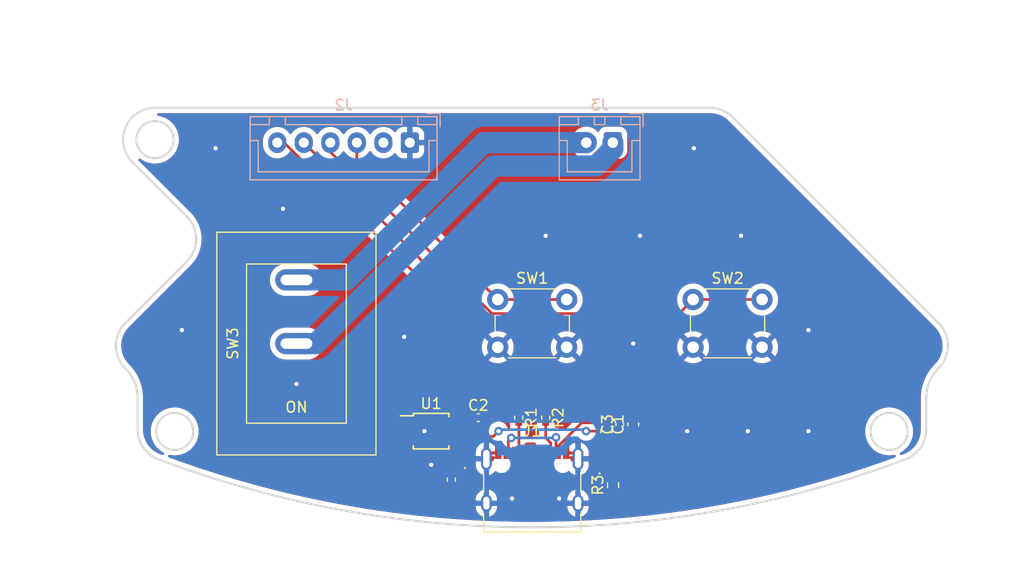
<source format=kicad_pcb>
(kicad_pcb (version 20211014) (generator pcbnew)
  (layers (0 "F.Cu" signal) (31 "B.Cu" signal) (34 "B.Paste" user) (35 "F.Paste" user) (36 "B.SilkS" user "B.Silkscreen") (37 "F.SilkS" user "F.Silkscreen") (38 "B.Mask" user) (39 "F.Mask" user) (44 "Edge.Cuts" user))
  (net 0 "")
  (net 1 "VCC")
  (net 2 "GND")
  (net 3 "Net-(C2-Pad1)")
  (net 4 "Net-(D1-Pad2)")
  (net 5 "Net-(D2-Pad2)")
  (net 6 "Net-(F1-Pad2)")
  (net 7 "Net-(J1-PadA5)")
  (net 8 "D+")
  (net 9 "D-")
  (net 11 "Net-(J1-PadB5)")
  (net 14 "Net-(J2-Pad3)")
  (net 15 "Net-(J2-Pad4)")
  (net 16 "RX")
  (net 17 "TX")
  (net 18 "Net-(J3-Pad1)")
  (net 19 "Net-(J3-Pad2)")
  (net 20 "Net-(R4-Pad1)")
  (footprint "Capacitor_SMD:C_0402_1005Metric" (layer "F.Cu") (at 146.05 102.87)
    (fp_text reference "C2" (at 0 -1.16) (layer "F.SilkS"))
    (fp_text value "C_Small")
    (fp_line (start -0.107836 -0.36) (end 0.107836 -0.36) (layer "F.SilkS") (width 0.12))
    (fp_line (start -0.107836 0.36) (end 0.107836 0.36) (layer "F.SilkS") (width 0.12))
    (pad "1" smd roundrect (at -0.48 0) (size 0.56 0.62) (layers "F.Cu" "F.Paste" "F.Mask") (net 3 "Net-(C2-Pad1)"))
    (pad "2" smd roundrect (at 0.48 0) (size 0.56 0.62) (layers "F.Cu" "F.Paste" "F.Mask") (net 2 "GND"))
  )
  (footprint "Package_SO:MSOP-10_3x3mm_P0.5mm" (layer "F.Cu") (at 141.605 104.14)
    (fp_text reference "U1" (at 0 -2.6) (layer "F.SilkS"))
    (fp_text value "CH340E")
    (fp_line (start -1.675 -1.675) (end -1.675 -1.45) (layer "F.SilkS") (width 0.15))
    (fp_line (start -1.675 1.675) (end 1.675 1.675) (layer "F.SilkS") (width 0.15))
    (fp_line (start 1.675 -1.675) (end 1.675 -1.375) (layer "F.SilkS") (width 0.15))
    (fp_line (start -1.675 -1.675) (end 1.675 -1.675) (layer "F.SilkS") (width 0.15))
    (fp_line (start 1.675 1.675) (end 1.675 1.375) (layer "F.SilkS") (width 0.15))
    (fp_line (start -1.675 -1.45) (end -2.9 -1.45) (layer "F.SilkS") (width 0.15))
    (fp_line (start -1.675 1.675) (end -1.675 1.375) (layer "F.SilkS") (width 0.15))
    (pad "1" smd rect (at -2.2 -1) (size 1.4 0.3) (layers "F.Cu" "F.Paste" "F.Mask") (net 8 "D+"))
    (pad "2" smd rect (at -2.2 -0.5) (size 1.4 0.3) (layers "F.Cu" "F.Paste" "F.Mask") (net 9 "D-"))
    (pad "3" smd rect (at -2.2 0) (size 1.4 0.3) (layers "F.Cu" "F.Paste" "F.Mask") (net 2 "GND"))
    (pad "4" smd rect (at -2.2 0.5) (size 1.4 0.3) (layers "F.Cu" "F.Paste" "F.Mask"))
    (pad "5" smd rect (at -2.2 1) (size 1.4 0.3) (layers "F.Cu" "F.Paste" "F.Mask"))
    (pad "6" smd rect (at 2.2 1) (size 1.4 0.3) (layers "F.Cu" "F.Paste" "F.Mask") (net 20 "Net-(R4-Pad1)"))
    (pad "7" smd rect (at 2.2 0.5) (size 1.4 0.3) (layers "F.Cu" "F.Paste" "F.Mask") (net 1 "VCC"))
    (pad "8" smd rect (at 2.2 0) (size 1.4 0.3) (layers "F.Cu" "F.Paste" "F.Mask") (net 17 "TX"))
    (pad "9" smd rect (at 2.2 -0.5) (size 1.4 0.3) (layers "F.Cu" "F.Paste" "F.Mask") (net 16 "RX"))
    (pad "10" smd rect (at 2.2 -1) (size 1.4 0.3) (layers "F.Cu" "F.Paste" "F.Mask") (net 3 "Net-(C2-Pad1)"))
  )
  (footprint "Resistor_SMD:R_0603_1608Metric" (layer "F.Cu") (at 158.75 109.22 90)
    (fp_text reference "R3" (at 0 -1.43 90) (layer "F.SilkS"))
    (fp_text value "R")
    (fp_line (start -0.237258 -0.5225) (end 0.237258 -0.5225) (layer "F.SilkS") (width 0.12))
    (fp_line (start -0.237258 0.5225) (end 0.237258 0.5225) (layer "F.SilkS") (width 0.12))
    (pad "1" smd roundrect (at -0.825 0 90) (size 0.8 0.95) (layers "F.Cu" "F.Paste" "F.Mask") (net 4 "Net-(D1-Pad2)"))
    (pad "2" smd roundrect (at 0.825 0 90) (size 0.8 0.95) (layers "F.Cu" "F.Paste" "F.Mask") (net 1 "VCC"))
  )
  (footprint "Resistor_SMD:R_0402_1005Metric" (layer "F.Cu") (at 143.51 108.71 -90)
    (fp_text reference "R4" hide)
    (fp_text value "R")
    (fp_line (start -0.153641 0.38) (end 0.153641 0.38) (layer "F.SilkS") (width 0.12))
    (fp_line (start -0.153641 -0.38) (end 0.153641 -0.38) (layer "F.SilkS") (width 0.12))
    (pad "1" smd roundrect (at -0.51 0 270) (size 0.54 0.64) (layers "F.Cu" "F.Paste" "F.Mask") (net 20 "Net-(R4-Pad1)"))
    (pad "2" smd roundrect (at 0.51 0 270) (size 0.54 0.64) (layers "F.Cu" "F.Paste" "F.Mask") (net 5 "Net-(D2-Pad2)"))
  )
  (footprint "Connector_USB:USB_C_Receptacle_XKB_U262-16XN-4BVC11" (layer "F.Cu") (at 151.13 109.855)
    (fp_text reference "J1" (at 0 -5.715) (layer "F.SilkS"))
    (fp_text value "USB_C_Receptacle_USB2.0")
    (fp_line (start 4.58 3.785) (end -4.58 3.785) (layer "F.SilkS") (width 0.12))
    (fp_line (start 4.58 0.07) (end 4.58 -1.85) (layer "F.SilkS") (width 0.12))
    (fp_line (start -4.58 3.785) (end -4.58 2.08) (layer "F.SilkS") (width 0.12))
    (fp_line (start -4.58 -1.85) (end -4.58 0.07) (layer "F.SilkS") (width 0.12))
    (fp_line (start 4.58 2.08) (end 4.58 3.785) (layer "F.SilkS") (width 0.12))
    (pad "" np_thru_hole circle (at -2.89 -2.605) (size 0.65 0.65) (drill 0.65) (layers *.Cu *.Mask))
    (pad "" np_thru_hole circle (at 2.89 -2.605) (size 0.65 0.65) (drill 0.65) (layers *.Cu *.Mask))
    (pad "A1" smd rect (at -3.35 -3.67) (size 0.3 1.15) (layers "F.Cu" "F.Paste" "F.Mask") (net 2 "GND"))
    (pad "A4" smd rect (at -2.55 -3.67) (size 0.3 1.15) (layers "F.Cu" "F.Paste" "F.Mask") (net 6 "Net-(F1-Pad2)"))
    (pad "A5" smd rect (at -1.25 -3.67) (size 0.3 1.15) (layers "F.Cu" "F.Paste" "F.Mask") (net 7 "Net-(J1-PadA5)"))
    (pad "A6" smd rect (at -0.25 -3.67) (size 0.3 1.15) (layers "F.Cu" "F.Paste" "F.Mask") (net 8 "D+"))
    (pad "A7" smd rect (at 0.25 -3.67) (size 0.3 1.15) (layers "F.Cu" "F.Paste" "F.Mask") (net 9 "D-"))
    (pad "A8" smd rect (at 1.25 -3.67) (size 0.3 1.15) (layers "F.Cu" "F.Paste" "F.Mask"))
    (pad "A9" smd rect (at 2.55 -3.67) (size 0.3 1.15) (layers "F.Cu" "F.Paste" "F.Mask") (net 6 "Net-(F1-Pad2)"))
    (pad "A12" smd rect (at 3.35 -3.67) (size 0.3 1.15) (layers "F.Cu" "F.Paste" "F.Mask") (net 2 "GND"))
    (pad "B1" smd rect (at 3.05 -3.67) (size 0.3 1.15) (layers "F.Cu" "F.Paste" "F.Mask") (net 2 "GND"))
    (pad "B4" smd rect (at 2.25 -3.67) (size 0.3 1.15) (layers "F.Cu" "F.Paste" "F.Mask") (net 6 "Net-(F1-Pad2)"))
    (pad "B5" smd rect (at 1.75 -3.67) (size 0.3 1.15) (layers "F.Cu" "F.Paste" "F.Mask") (net 11 "Net-(J1-PadB5)"))
    (pad "B6" smd rect (at 0.75 -3.67) (size 0.3 1.15) (layers "F.Cu" "F.Paste" "F.Mask") (net 8 "D+"))
    (pad "B7" smd rect (at -0.75 -3.67) (size 0.3 1.15) (layers "F.Cu" "F.Paste" "F.Mask") (net 9 "D-"))
    (pad "B8" smd rect (at -1.75 -3.67) (size 0.3 1.15) (layers "F.Cu" "F.Paste" "F.Mask"))
    (pad "B9" smd rect (at -2.25 -3.67) (size 0.3 1.15) (layers "F.Cu" "F.Paste" "F.Mask") (net 6 "Net-(F1-Pad2)"))
    (pad "B12" smd rect (at -3.05 -3.67) (size 0.3 1.15) (layers "F.Cu" "F.Paste" "F.Mask") (net 2 "GND"))
    (pad "S1" thru_hole oval (at 4.32 -3.105) (size 1 2.1) (drill oval 0.6 1.7) (layers *.Cu *.Mask) (net 2 "GND"))
    (pad "S1" thru_hole oval (at -4.32 -3.105) (size 1 2.1) (drill oval 0.6 1.7) (layers *.Cu *.Mask) (net 2 "GND"))
    (pad "S1" thru_hole oval (at 4.32 1.075) (size 1 1.6) (drill oval 0.6 1.2) (layers *.Cu *.Mask) (net 2 "GND"))
    (pad "S1" thru_hole oval (at -4.32 1.075) (size 1 1.6) (drill oval 0.6 1.2) (layers *.Cu *.Mask) (net 2 "GND"))
  )
  (footprint "Button_Switch_THT:SW_PUSH_6mm_H5mm" (layer "F.Cu") (at 147.88 91.73)
    (fp_text reference "SW1" (at 3.25 -2) (layer "F.SilkS"))
    (fp_text value "SW_Push")
    (fp_line (start -0.25 1.5) (end -0.25 3) (layer "F.SilkS") (width 0.12))
    (fp_line (start 6.75 3) (end 6.75 1.5) (layer "F.SilkS") (width 0.12))
    (fp_line (start 1 5.5) (end 5.5 5.5) (layer "F.SilkS") (width 0.12))
    (fp_line (start 5.5 -1) (end 1 -1) (layer "F.SilkS") (width 0.12))
    (pad "1" thru_hole circle (at 0 0 90) (size 2 2) (drill 1.1) (layers *.Cu *.Mask) (net 14 "Net-(J2-Pad3)"))
    (pad "1" thru_hole circle (at 6.5 0 90) (size 2 2) (drill 1.1) (layers *.Cu *.Mask) (net 14 "Net-(J2-Pad3)"))
    (pad "2" thru_hole circle (at 0 4.5 90) (size 2 2) (drill 1.1) (layers *.Cu *.Mask) (net 2 "GND"))
    (pad "2" thru_hole circle (at 6.5 4.5 90) (size 2 2) (drill 1.1) (layers *.Cu *.Mask) (net 2 "GND"))
  )
  (footprint "Fuse:Fuse_0603_1608Metric" (layer "F.Cu") (at 158.115 104.14 90)
    (fp_text reference "F1" hide)
    (fp_text value "Fuse")
    (fp_line (start -0.162779 0.51) (end 0.162779 0.51) (layer "F.SilkS") (width 0.12))
    (fp_line (start -0.162779 -0.51) (end 0.162779 -0.51) (layer "F.SilkS") (width 0.12))
    (pad "1" smd roundrect (at -0.7875 0 90) (size 0.875 0.95) (layers "F.Cu" "F.Paste" "F.Mask") (net 1 "VCC"))
    (pad "2" smd roundrect (at 0.7875 0 90) (size 0.875 0.95) (layers "F.Cu" "F.Paste" "F.Mask") (net 6 "Net-(F1-Pad2)"))
  )
  (footprint "Button_Switch_THT:SW_PUSH_6mm_H5mm" (layer "F.Cu") (at 166.295 91.73)
    (fp_text reference "SW2" (at 3.25 -2) (layer "F.SilkS"))
    (fp_text value "SW_Push")
    (fp_line (start 1 5.5) (end 5.5 5.5) (layer "F.SilkS") (width 0.12))
    (fp_line (start 6.75 3) (end 6.75 1.5) (layer "F.SilkS") (width 0.12))
    (fp_line (start -0.25 1.5) (end -0.25 3) (layer "F.SilkS") (width 0.12))
    (fp_line (start 5.5 -1) (end 1 -1) (layer "F.SilkS") (width 0.12))
    (pad "1" thru_hole circle (at 0 0 90) (size 2 2) (drill 1.1) (layers *.Cu *.Mask) (net 15 "Net-(J2-Pad4)"))
    (pad "1" thru_hole circle (at 6.5 0 90) (size 2 2) (drill 1.1) (layers *.Cu *.Mask) (net 15 "Net-(J2-Pad4)"))
    (pad "2" thru_hole circle (at 0 4.5 90) (size 2 2) (drill 1.1) (layers *.Cu *.Mask) (net 2 "GND"))
    (pad "2" thru_hole circle (at 6.5 4.5 90) (size 2 2) (drill 1.1) (layers *.Cu *.Mask) (net 2 "GND"))
  )
  (footprint "Capacitor_SMD:C_0603_1608Metric" (layer "F.Cu") (at 160.655 103.505 90)
    (fp_text reference "C1" (at 0 -1.43 90) (layer "F.SilkS"))
    (fp_text value "C_Small")
    (fp_line (start -0.14058 -0.51) (end 0.14058 -0.51) (layer "F.SilkS") (width 0.12))
    (fp_line (start -0.14058 0.51) (end 0.14058 0.51) (layer "F.SilkS") (width 0.12))
    (pad "1" smd roundrect (at -0.775 0 90) (size 0.9 0.95) (layers "F.Cu" "F.Paste" "F.Mask") (net 1 "VCC"))
    (pad "2" smd roundrect (at 0.775 0 90) (size 0.9 0.95) (layers "F.Cu" "F.Paste" "F.Mask") (net 2 "GND"))
  )
  (footprint "Lib:DS-850k" (layer "F.Cu") (at 128.905 95.885 -90)
    (fp_text reference "SW3" (at 0 6 90) (layer "F.SilkS"))
    (fp_text value "SW_DIP_x01")
    (fp_text user "ON" (at 6 0) (layer "F.SilkS"))
    (fp_line (start 7.5 4.7) (end 7.5 0) (layer "F.SilkS") (width 0.12))
    (fp_line (start -10.5 -7.5) (end -10.5 7.5) (layer "F.SilkS") (width 0.12))
    (fp_line (start 7.5 -4.7) (end -7.5 -4.7) (layer "F.SilkS") (width 0.12))
    (fp_line (start 10.5 -7.5) (end -10.5 -7.5) (layer "F.SilkS") (width 0.12))
    (fp_line (start 10.5 0) (end 10.5 -7.5) (layer "F.SilkS") (width 0.12))
    (fp_line (start 10.5 7.5) (end 10.5 0) (layer "F.SilkS") (width 0.12))
    (fp_line (start -7.5 -4.7) (end -7.5 4.7) (layer "F.SilkS") (width 0.12))
    (fp_line (start 7.5 0) (end 7.5 -4.7) (layer "F.SilkS") (width 0.12))
    (fp_line (start -10.5 7.5) (end 10.5 7.5) (layer "F.SilkS") (width 0.12))
    (fp_line (start -7.5 4.7) (end 7.5 4.7) (layer "F.SilkS") (width 0.12))
    (pad "1" thru_hole oval locked (at 0 0) (size 4 2) (drill oval 3 1) (layers *.Cu *.Mask) (net 18 "Net-(J3-Pad1)"))
    (pad "2" thru_hole oval locked (at -6 0) (size 4 2) (drill oval 3 1) (layers *.Cu *.Mask) (net 19 "Net-(J3-Pad2)"))
  )
  (footprint "LED_SMD:LED_0402_1005Metric" (layer "F.Cu") (at 157.48 109.22 -90)
    (fp_text reference "D1" hide)
    (fp_text value "LED")
    (fp_circle (center -1.09 0) (end -1.04 0) (layer "F.SilkS") (width 0.1) (fill none))
    (pad "1" smd roundrect (at -0.485 0 270) (size 0.59 0.64) (layers "F.Cu" "F.Paste" "F.Mask") (net 2 "GND"))
    (pad "2" smd roundrect (at 0.485 0 270) (size 0.59 0.64) (layers "F.Cu" "F.Paste" "F.Mask") (net 4 "Net-(D1-Pad2)"))
  )
  (footprint "Capacitor_SMD:C_0402_1005Metric" (layer "F.Cu") (at 159.385 103.505 90)
    (fp_text reference "C3" (at 0 -1.16 90) (layer "F.SilkS"))
    (fp_text value "C_Small")
    (fp_line (start -0.107836 -0.36) (end 0.107836 -0.36) (layer "F.SilkS") (width 0.12))
    (fp_line (start -0.107836 0.36) (end 0.107836 0.36) (layer "F.SilkS") (width 0.12))
    (pad "1" smd roundrect (at -0.48 0 90) (size 0.56 0.62) (layers "F.Cu" "F.Paste" "F.Mask") (net 1 "VCC"))
    (pad "2" smd roundrect (at 0.48 0 90) (size 0.56 0.62) (layers "F.Cu" "F.Paste" "F.Mask") (net 2 "GND"))
  )
  (footprint "Resistor_SMD:R_0402_1005Metric" (layer "F.Cu") (at 149.86 102.87 -90)
    (fp_text reference "R1" (at 0 -1.17 90) (layer "F.SilkS"))
    (fp_text value "R")
    (fp_line (start -0.153641 -0.38) (end 0.153641 -0.38) (layer "F.SilkS") (width 0.12))
    (fp_line (start -0.153641 0.38) (end 0.153641 0.38) (layer "F.SilkS") (width 0.12))
    (pad "1" smd roundrect (at -0.51 0 270) (size 0.54 0.64) (layers "F.Cu" "F.Paste" "F.Mask") (net 2 "GND"))
    (pad "2" smd roundrect (at 0.51 0 270) (size 0.54 0.64) (layers "F.Cu" "F.Paste" "F.Mask") (net 7 "Net-(J1-PadA5)"))
  )
  (footprint "LED_SMD:LED_0402_1005Metric" (layer "F.Cu") (at 144.78 108.71 -90)
    (fp_text reference "D2" hide)
    (fp_text value "LED")
    (fp_circle (center -1.09 0) (end -1.04 0) (layer "F.SilkS") (width 0.1) (fill none))
    (pad "1" smd roundrect (at -0.485 0 270) (size 0.59 0.64) (layers "F.Cu" "F.Paste" "F.Mask") (net 2 "GND"))
    (pad "2" smd roundrect (at 0.485 0 270) (size 0.59 0.64) (layers "F.Cu" "F.Paste" "F.Mask") (net 5 "Net-(D2-Pad2)"))
  )
  (footprint "Resistor_SMD:R_0402_1005Metric" (layer "F.Cu") (at 152.4 102.87 -90)
    (fp_text reference "R2" (at 0 -1.17 90) (layer "F.SilkS"))
    (fp_text value "R")
    (fp_line (start -0.153641 0.38) (end 0.153641 0.38) (layer "F.SilkS") (width 0.12))
    (fp_line (start -0.153641 -0.38) (end 0.153641 -0.38) (layer "F.SilkS") (width 0.12))
    (pad "1" smd roundrect (at -0.51 0 270) (size 0.54 0.64) (layers "F.Cu" "F.Paste" "F.Mask") (net 2 "GND"))
    (pad "2" smd roundrect (at 0.51 0 270) (size 0.54 0.64) (layers "F.Cu" "F.Paste" "F.Mask") (net 11 "Net-(J1-PadB5)"))
  )
  (footprint "Connector_JST:JST_XH_B2B-XH-A_1x02_P2.50mm_Vertical" (layer "B.Cu") (at 158.73 76.945 180)
    (fp_text reference "J3" (at 1.25 3.55) (layer "B.SilkS") (effects (justify mirror)))
    (fp_text value "Conn_01x02_Female")
    (fp_line (start 5.05 0.2) (end 4.3 0.2) (layer "B.SilkS") (width 0.12))
    (fp_line (start -2.55 1.7) (end -0.75 1.7) (layer "B.SilkS") (width 0.12))
    (fp_line (start 3.25 2.45) (end 3.25 1.7) (layer "B.SilkS") (width 0.12))
    (fp_line (start 1.75 2.45) (end 0.75 2.45) (layer "B.SilkS") (width 0.12))
    (fp_line (start -0.75 2.45) (end -2.55 2.45) (layer "B.SilkS") (width 0.12))
    (fp_line (start -2.85 2.75) (end -2.85 1.5) (layer "B.SilkS") (width 0.12))
    (fp_line (start -2.56 2.46) (end -2.56 -3.51) (layer "B.SilkS") (width 0.12))
    (fp_line (start 4.3 -2.75) (end 1.25 -2.75) (layer "B.SilkS") (width 0.12))
    (fp_line (start -2.56 -3.51) (end 5.06 -3.51) (layer "B.SilkS") (width 0.12))
    (fp_line (start -2.55 0.2) (end -1.8 0.2) (layer "B.SilkS") (width 0.12))
    (fp_line (start 5.06 -3.51) (end 5.06 2.46) (layer "B.SilkS") (width 0.12))
    (fp_line (start -1.8 -2.75) (end 1.25 -2.75) (layer "B.SilkS") (width 0.12))
    (fp_line (start 0.75 2.45) (end 0.75 1.7) (layer "B.SilkS") (width 0.12))
    (fp_line (start 0.75 1.7) (end 1.75 1.7) (layer "B.SilkS") (width 0.12))
    (fp_line (start 3.25 1.7) (end 5.05 1.7) (layer "B.SilkS") (width 0.12))
    (fp_line (start 5.06 2.46) (end -2.56 2.46) (layer "B.SilkS") (width 0.12))
    (fp_line (start -2.55 2.45) (end -2.55 1.7) (layer "B.SilkS") (width 0.12))
    (fp_line (start 1.75 1.7) (end 1.75 2.45) (layer "B.SilkS") (width 0.12))
    (fp_line (start -0.75 1.7) (end -0.75 2.45) (layer "B.SilkS") (width 0.12))
    (fp_line (start 5.05 2.45) (end 3.25 2.45) (layer "B.SilkS") (width 0.12))
    (fp_line (start -1.8 0.2) (end -1.8 -2.75) (layer "B.SilkS") (width 0.12))
    (fp_line (start -1.6 2.75) (end -2.85 2.75) (layer "B.SilkS") (width 0.12))
    (fp_line (start 4.3 0.2) (end 4.3 -2.75) (layer "B.SilkS") (width 0.12))
    (fp_line (start 5.05 1.7) (end 5.05 2.45) (layer "B.SilkS") (width 0.12))
    (pad "1" thru_hole roundrect (at 0 0 180) (size 1.7 2) (drill 1) (layers *.Cu *.Mask) (roundrect_rratio 0.1470588235) (net 18 "Net-(J3-Pad1)"))
    (pad "2" thru_hole oval (at 2.5 0 180) (size 1.7 2) (drill 1) (layers *.Cu *.Mask) (net 19 "Net-(J3-Pad2)"))
  )
  (footprint "Connector_JST:JST_XH_B6B-XH-A_1x06_P2.50mm_Vertical" (layer "B.Cu") (at 139.6 76.945 180)
    (fp_text reference "J2" (at 6.25 3.55) (layer "B.SilkS") (effects (justify mirror)))
    (fp_text value "Conn_01x06_Female")
    (fp_line (start 15.05 0.2) (end 14.3 0.2) (layer "B.SilkS") (width 0.12))
    (fp_line (start 14.3 0.2) (end 14.3 -2.75) (layer "B.SilkS") (width 0.12))
    (fp_line (start -1.8 -2.75) (end 6.25 -2.75) (layer "B.SilkS") (width 0.12))
    (fp_line (start -2.55 2.45) (end -2.55 1.7) (layer "B.SilkS") (width 0.12))
    (fp_line (start -0.75 2.45) (end -2.55 2.45) (layer "B.SilkS") (width 0.12))
    (fp_line (start 11.75 1.7) (end 11.75 2.45) (layer "B.SilkS") (width 0.12))
    (fp_line (start 15.06 2.46) (end -2.56 2.46) (layer "B.SilkS") (width 0.12))
    (fp_line (start 15.06 -3.51) (end 15.06 2.46) (layer "B.SilkS") (width 0.12))
    (fp_line (start -2.56 -3.51) (end 15.06 -3.51) (layer "B.SilkS") (width 0.12))
    (fp_line (start -0.75 1.7) (end -0.75 2.45) (layer "B.SilkS") (width 0.12))
    (fp_line (start -2.55 1.7) (end -0.75 1.7) (layer "B.SilkS") (width 0.12))
    (fp_line (start -2.55 0.2) (end -1.8 0.2) (layer "B.SilkS") (width 0.12))
    (fp_line (start 13.25 1.7) (end 15.05 1.7) (layer "B.SilkS") (width 0.12))
    (fp_line (start -1.8 0.2) (end -1.8 -2.75) (layer "B.SilkS") (width 0.12))
    (fp_line (start -2.85 2.75) (end -2.85 1.5) (layer "B.SilkS") (width 0.12))
    (fp_line (start -1.6 2.75) (end -2.85 2.75) (layer "B.SilkS") (width 0.12))
    (fp_line (start 13.25 2.45) (end 13.25 1.7) (layer "B.SilkS") (width 0.12))
    (fp_line (start 0.75 1.7) (end 11.75 1.7) (layer "B.SilkS") (width 0.12))
    (fp_line (start 11.75 2.45) (end 0.75 2.45) (layer "B.SilkS") (width 0.12))
    (fp_line (start 14.3 -2.75) (end 6.25 -2.75) (layer "B.SilkS") (width 0.12))
    (fp_line (start 0.75 2.45) (end 0.75 1.7) (layer "B.SilkS") (width 0.12))
    (fp_line (start 15.05 1.7) (end 15.05 2.45) (layer "B.SilkS") (width 0.12))
    (fp_line (start -2.56 2.46) (end -2.56 -3.51) (layer "B.SilkS") (width 0.12))
    (fp_line (start 15.05 2.45) (end 13.25 2.45) (layer "B.SilkS") (width 0.12))
    (pad "1" thru_hole roundrect (at 0 0 180) (size 1.7 1.95) (drill 0.95) (layers *.Cu *.Mask) (roundrect_rratio 0.1470588235) (net 2 "GND"))
    (pad "2" thru_hole oval (at 2.5 0 180) (size 1.7 1.95) (drill 0.95) (layers *.Cu *.Mask))
    (pad "3" thru_hole oval (at 5 0 180) (size 1.7 1.95) (drill 0.95) (layers *.Cu *.Mask) (net 14 "Net-(J2-Pad3)"))
    (pad "4" thru_hole oval (at 7.5 0 180) (size 1.7 1.95) (drill 0.95) (layers *.Cu *.Mask) (net 15 "Net-(J2-Pad4)"))
    (pad "5" thru_hole oval (at 10 0 180) (size 1.7 1.95) (drill 0.95) (layers *.Cu *.Mask) (net 16 "RX"))
    (pad "6" thru_hole oval (at 12.5 0 180) (size 1.7 1.95) (drill 0.95) (layers *.Cu *.Mask) (net 17 "TX"))
  )
  (gr_arc (start 112.767005 98.201325) (mid 113.634116 99.499014) (end 113.938578 101.029752) (layer "Edge.Cuts") (width 0.2))
  (gr_arc (start 112.767005 98.201325) (mid 111.888315 96.080003) (end 112.767005 93.958684) (layer "Edge.Cuts") (width 0.2))
  (gr_line (start 167.895902 73.66) (end 115.57 73.66) (layer "Edge.Cuts") (width 0.2))
  (gr_arc (start 115.881974 106.789589) (mid 114.471821 105.689178) (end 113.938578 103.981816) (layer "Edge.Cuts") (width 0.2))
  (gr_arc (start 167.895902 73.66) (mid 169.043952 73.888362) (end 170.017222 74.538679) (layer "Edge.Cuts") (width 0.2))
  (gr_arc (start 113.44868 78.78132) (mid 112.798362 75.51195) (end 115.57 73.66) (layer "Edge.Cuts") (width 0.2))
  (gr_circle (center 115.57 76.66) (end 117.32 76.66) (layer "Edge.Cuts") (width 0.2) (fill none))
  (gr_line (start 113.44868 78.78132) (end 118.575204 83.907844) (layer "Edge.Cuts") (width 0.2))
  (gr_arc (start 189.437227 93.958684) (mid 190.315902 96.080003) (end 189.437227 98.201325) (layer "Edge.Cuts") (width 0.2))
  (gr_circle (center 117.430632 104.165464) (end 119.180632 104.165464) (layer "Edge.Cuts") (width 0.2) (fill none))
  (gr_line (start 188.265654 103.981816) (end 188.265654 101.029752) (layer "Edge.Cuts") (width 0.2))
  (gr_arc (start 186.322258 106.789589) (mid 151.102116 113.197166) (end 115.881974 106.789589) (layer "Edge.Cuts") (width 0.2))
  (gr_arc (start 188.265654 101.029752) (mid 188.570143 99.49902) (end 189.437227 98.201325) (layer "Edge.Cuts") (width 0.2))
  (gr_circle (center 184.7736 104.165464) (end 186.5236 104.165464) (layer "Edge.Cuts") (width 0.2) (fill none))
  (gr_arc (start 118.575204 83.907844) (mid 119.45388 86.029163) (end 118.575204 88.150485) (layer "Edge.Cuts") (width 0.2))
  (gr_arc (start 188.265654 103.981816) (mid 187.732434 105.689191) (end 186.322258 106.789589) (layer "Edge.Cuts") (width 0.2))
  (gr_line (start 118.575204 88.150485) (end 112.767005 93.958684) (layer "Edge.Cuts") (width 0.2))
  (gr_line (start 189.437227 93.958684) (end 170.017222 74.538679) (layer "Edge.Cuts") (width 0.2))
  (gr_line (start 113.938578 101.029752) (end 113.938578 103.981816) (layer "Edge.Cuts") (width 0.2))
  (segment (start 158.435 108.395) (end 158.115 108.075) (width 0.25) (layer "F.Cu") (net 1))
  (segment (start 158.75 108.395) (end 158.435 108.395) (width 0.25) (layer "F.Cu") (net 1))
  (segment (start 159.385 103.985) (end 160.429 103.985) (width 0.25) (layer "F.Cu") (net 1))
  (segment (start 143.805 104.64) (end 147.455 104.64) (width 0.25) (layer "F.Cu") (net 1))
  (segment (start 156.21 104.14) (end 157.3275 104.14) (width 0.25) (layer "F.Cu") (net 1))
  (segment (start 158.115 104.9275) (end 158.4425 104.9275) (width 0.25) (layer "F.Cu") (net 1))
  (segment (start 160.429 103.985) (end 160.655 103.985) (width 0.25) (layer "F.Cu") (net 1))
  (segment (start 160.655 104.211) (end 160.429 103.985) (width 0.25) (layer "F.Cu") (net 1))
  (segment (start 158.4425 104.9275) (end 159.385 103.985) (width 0.25) (layer "F.Cu") (net 1))
  (segment (start 147.455 104.64) (end 147.955 104.14) (width 0.25) (layer "F.Cu") (net 1))
  (segment (start 158.115 104.9275) (end 158.115 108.075) (width 0.25) (layer "F.Cu") (net 1))
  (segment (start 160.655 104.28) (end 160.655 104.211) (width 0.25) (layer "F.Cu") (net 1))
  (segment (start 157.3275 104.14) (end 158.115 104.9275) (width 0.25) (layer "F.Cu") (net 1))
  (via (at 156.21 104.14) (size 0.8) (drill 0.4) (layers "F.Cu" "B.Cu") (net 1))
  (via (at 147.955 104.14) (size 0.8) (drill 0.4) (layers "F.Cu" "B.Cu") (net 1))
  (segment (start 156.069324 103.999324) (end 156.21 104.14) (width 0.25) (layer "B.Cu") (net 1))
  (segment (start 148.095676 103.999324) (end 156.069324 103.999324) (width 0.25) (layer "B.Cu") (net 1))
  (segment (start 147.955 104.14) (end 148.095676 103.999324) (width 0.25) (layer "B.Cu") (net 1))
  (segment (start 154.48 106.185) (end 154.885 106.185) (width 0.25) (layer "F.Cu") (net 2))
  (segment (start 139.405 104.14) (end 140.97 104.14) (width 0.25) (layer "F.Cu") (net 2))
  (segment (start 154.885 106.185) (end 155.45 106.75) (width 0.25) (layer "F.Cu") (net 2))
  (segment (start 147.375 106.185) (end 146.81 106.75) (width 0.25) (layer "F.Cu") (net 2))
  (segment (start 148.08 106.185) (end 147.375 106.185) (width 0.25) (layer "F.Cu") (net 2))
  (via (at 128.905 99.695) (size 0.8) (drill 0.4) (layers "F.Cu" "B.Cu") (net 2))
  (via (at 153.67 110.49) (size 0.8) (drill 0.4) (layers "F.Cu" "B.Cu") (net 2))
  (via (at 118.11 94.615) (size 0.8) (drill 0.4) (layers "F.Cu" "B.Cu") (net 2))
  (via (at 161.29 85.725) (size 0.8) (drill 0.4) (layers "F.Cu" "B.Cu") (net 2))
  (via (at 166.37 77.47) (size 0.8) (drill 0.4) (layers "F.Cu" "B.Cu") (net 2))
  (via (at 177.165 104.14) (size 0.8) (drill 0.4) (layers "F.Cu" "B.Cu") (net 2))
  (via (at 121.285 77.47) (size 0.8) (drill 0.4) (layers "F.Cu" "B.Cu") (net 2))
  (via (at 140.97 104.14) (size 0.8) (drill 0.4) (layers "F.Cu" "B.Cu") (net 2))
  (via (at 149.225 110.49) (size 0.8) (drill 0.4) (layers "F.Cu" "B.Cu") (net 2))
  (via (at 152.4 85.725) (size 0.8) (drill 0.4) (layers "F.Cu" "B.Cu") (net 2))
  (via (at 177.165 94.615) (size 0.8) (drill 0.4) (layers "F.Cu" "B.Cu") (net 2))
  (via (at 139.065 95.25) (size 0.8) (drill 0.4) (layers "F.Cu" "B.Cu") (net 2))
  (via (at 160.655 95.885) (size 0.8) (drill 0.4) (layers "F.Cu" "B.Cu") (net 2))
  (via (at 141.605 107.315) (size 0.8) (drill 0.4) (layers "F.Cu" "B.Cu") (net 2))
  (via (at 127.635 83.185) (size 0.8) (drill 0.4) (layers "F.Cu" "B.Cu") (net 2))
  (via (at 165.735 104.14) (size 0.8) (drill 0.4) (layers "F.Cu" "B.Cu") (net 2))
  (via (at 171.45 104.14) (size 0.8) (drill 0.4) (layers "F.Cu" "B.Cu") (net 2))
  (via (at 170.815 85.725) (size 0.8) (drill 0.4) (layers "F.Cu" "B.Cu") (net 2))
  (segment (start 143.805 103.14) (end 145.3 103.14) (width 0.25) (layer "F.Cu") (net 3))
  (segment (start 145.3 103.14) (end 145.57 102.87) (width 0.25) (layer "F.Cu") (net 3))
  (segment (start 158.75 110.045) (end 157.82 110.045) (width 0.25) (layer "F.Cu") (net 4))
  (segment (start 157.82 110.045) (end 157.48 109.705) (width 0.25) (layer "F.Cu") (net 4))
  (segment (start 144.755 109.22) (end 144.78 109.195) (width 0.25) (layer "F.Cu") (net 5))
  (segment (start 143.51 109.22) (end 144.755 109.22) (width 0.25) (layer "F.Cu") (net 5))
  (segment (start 148.88 105.0505) (end 149.1555 104.775) (width 0.25) (layer "F.Cu") (net 6))
  (segment (start 153.373433 106.178433) (end 153.38 106.185) (width 0.25) (layer "F.Cu") (net 6))
  (segment (start 148.88 106.185) (end 148.58 106.185) (width 0.25) (layer "F.Cu") (net 6))
  (segment (start 148.88 106.185) (end 148.88 105.0505) (width 0.25) (layer "F.Cu") (net 6))
  (segment (start 153.373433 104.723835) (end 153.373433 106.178433) (width 0.25) (layer "F.Cu") (net 6))
  (segment (start 153.38 105.76) (end 155.7875 103.3525) (width 0.25) (layer "F.Cu") (net 6))
  (segment (start 153.38 106.185) (end 153.38 105.76) (width 0.25) (layer "F.Cu") (net 6))
  (segment (start 155.7875 103.3525) (end 158.115 103.3525) (width 0.25) (layer "F.Cu") (net 6))
  (via (at 153.373433 104.723835) (size 0.8) (drill 0.4) (layers "F.Cu" "B.Cu") (net 6))
  (via (at 149.1555 104.775) (size 0.8) (drill 0.4) (layers "F.Cu" "B.Cu") (net 6))
  (segment (start 153.322268 104.775) (end 153.373433 104.723835) (width 0.25) (layer "B.Cu") (net 6))
  (segment (start 149.1555 104.775) (end 153.322268 104.775) (width 0.25) (layer "B.Cu") (net 6))
  (segment (start 149.86 103.38) (end 149.88 103.4) (width 0.25) (layer "F.Cu") (net 7))
  (segment (start 149.88 103.4) (end 149.88 106.185) (width 0.25) (layer "F.Cu") (net 7))
  (segment (start 137.16 104.435978) (end 137.16 106.68) (width 0.2) (layer "F.Cu") (net 8))
  (segment (start 139.405 103.14) (end 138.455978 103.14) (width 0.2) (layer "F.Cu") (net 8))
  (segment (start 138.455978 103.14) (end 137.16 104.435978) (width 0.2) (layer "F.Cu") (net 8))
  (segment (start 150.88 106.185) (end 150.88 107.009022) (width 0.2) (layer "F.Cu") (net 8))
  (segment (start 146.3675 109.5375) (end 148.2725 109.5375) (width 0.2) (layer "F.Cu") (net 8))
  (segment (start 150.88 106.93) (end 150.88 106.185) (width 0.2) (layer "F.Cu") (net 8))
  (segment (start 151.574022 107.315) (end 151.185978 107.315) (width 0.2) (layer "F.Cu") (net 8))
  (segment (start 148.2725 109.5375) (end 149.225 108.585) (width 0.2) (layer "F.Cu") (net 8))
  (segment (start 150.88 107.009022) (end 151.185978 107.315) (width 0.2) (layer "F.Cu") (net 8))
  (segment (start 144.78 111.125) (end 146.3675 109.5375) (width 0.2) (layer "F.Cu") (net 8))
  (segment (start 150.88 106.93) (end 149.225 108.585) (width 0.2) (layer "F.Cu") (net 8))
  (segment (start 141.605 111.125) (end 144.78 111.125) (width 0.2) (layer "F.Cu") (net 8))
  (segment (start 151.88 107.009022) (end 151.574022 107.315) (width 0.2) (layer "F.Cu") (net 8))
  (segment (start 151.88 106.185) (end 151.88 107.009022) (width 0.2) (layer "F.Cu") (net 8))
  (segment (start 137.16 106.68) (end 141.605 111.125) (width 0.2) (layer "F.Cu") (net 8))
  (segment (start 151.38 106.185) (end 151.38 105.360978) (width 0.2) (layer "F.Cu") (net 9))
  (segment (start 139.405 103.64) (end 138.520984 103.64) (width 0.2) (layer "F.Cu") (net 9))
  (segment (start 141.770486 110.72548) (end 144.614514 110.72548) (width 0.2) (layer "F.Cu") (net 9))
  (segment (start 148.107014 109.13798) (end 150.38 106.864994) (width 0.2) (layer "F.Cu") (net 9))
  (segment (start 150.38 105.525) (end 150.594511 105.310489) (width 0.2) (layer "F.Cu") (net 9))
  (segment (start 144.614514 110.72548) (end 146.202014 109.13798) (width 0.2) (layer "F.Cu") (net 9))
  (segment (start 151.38 105.360978) (end 151.329511 105.310489) (width 0.2) (layer "F.Cu") (net 9))
  (segment (start 138.520984 103.64) (end 137.55952 104.601464) (width 0.2) (layer "F.Cu") (net 9))
  (segment (start 150.38 106.185) (end 150.38 105.525) (width 0.2) (layer "F.Cu") (net 9))
  (segment (start 137.55952 104.601464) (end 137.55952 106.514514) (width 0.2) (layer "F.Cu") (net 9))
  (segment (start 151.329511 105.310489) (end 150.594511 105.310489) (width 0.2) (layer "F.Cu") (net 9))
  (segment (start 146.202014 109.13798) (end 148.107014 109.13798) (width 0.2) (layer "F.Cu") (net 9))
  (segment (start 150.38 106.864994) (end 150.38 106.185) (width 0.2) (layer "F.Cu") (net 9))
  (segment (start 137.55952 106.514514) (end 141.770486 110.72548) (width 0.2) (layer "F.Cu") (net 9))
  (segment (start 152.88 105.255) (end 152.88 106.185) (width 0.25) (layer "F.Cu") (net 11))
  (segment (start 152.4 104.775) (end 152.88 105.255) (width 0.25) (layer "F.Cu") (net 11))
  (segment (start 152.4 103.38) (end 152.4 104.775) (width 0.25) (layer "F.Cu") (net 11))
  (segment (start 147.88 91.73) (end 154.38 91.73) (width 0.25) (layer "F.Cu") (net 14))
  (segment (start 134.6 78.45) (end 134.6 76.945) (width 0.25) (layer "F.Cu") (net 14))
  (segment (start 147.88 91.73) (end 134.6 78.45) (width 0.25) (layer "F.Cu") (net 14))
  (segment (start 166.295 91.73) (end 164.970489 93.054511) (width 0.25) (layer "F.Cu") (net 15))
  (segment (start 132.1 77.823143) (end 132.1 76.945) (width 0.25) (layer "F.Cu") (net 15))
  (segment (start 147.331368 93.054511) (end 132.1 77.823143) (width 0.25) (layer "F.Cu") (net 15))
  (segment (start 166.295 91.73) (end 172.795 91.73) (width 0.25) (layer "F.Cu") (net 15))
  (segment (start 164.970489 93.054511) (end 147.331368 93.054511) (width 0.25) (layer "F.Cu") (net 15))
  (segment (start 142.708069 103.542091) (end 142.708069 90.053069) (width 0.25) (layer "F.Cu") (net 16))
  (segment (start 143.805 103.64) (end 142.805978 103.64) (width 0.25) (layer "F.Cu") (net 16))
  (segment (start 142.805978 103.64) (end 142.708069 103.542091) (width 0.25) (layer "F.Cu") (net 16))
  (segment (start 142.708069 90.053069) (end 129.6 76.945) (width 0.25) (layer "F.Cu") (net 16))
  (segment (start 127.745 76.945) (end 127.1 76.945) (width 0.25) (layer "F.Cu") (net 17))
  (segment (start 142.24 91.44) (end 127.745 76.945) (width 0.25) (layer "F.Cu") (net 17))
  (segment (start 143.805 104.14) (end 142.67026 104.14) (width 0.25) (layer "F.Cu") (net 17))
  (segment (start 142.67026 104.14) (end 142.24 103.70974) (width 0.25) (layer "F.Cu") (net 17))
  (segment (start 142.24 103.70974) (end 142.24 91.44) (width 0.25) (layer "F.Cu") (net 17))
  (segment (start 130.745591 95.885) (end 147.486072 79.14452) (width 2) (layer "B.Cu") (net 18))
  (segment (start 128.905 95.885) (end 130.745591 95.885) (width 2) (layer "B.Cu") (net 18))
  (segment (start 157.141071 79.14452) (end 158.73 77.555591) (width 2) (layer "B.Cu") (net 18))
  (segment (start 158.73 77.555591) (end 158.73 76.945) (width 2) (layer "B.Cu") (net 18))
  (segment (start 147.486072 79.14452) (end 157.141071 79.14452) (width 2) (layer "B.Cu") (net 18))
  (segment (start 146.575 76.945) (end 156.23 76.945) (width 2) (layer "B.Cu") (net 19))
  (segment (start 133.635 89.885) (end 146.575 76.945) (width 2) (layer "B.Cu") (net 19))
  (segment (start 128.905 89.885) (end 133.635 89.885) (width 2) (layer "B.Cu") (net 19))
  (segment (start 144.78 106.93) (end 143.51 108.2) (width 0.25) (layer "F.Cu") (net 20))
  (segment (start 143.805 105.14) (end 144.51 105.14) (width 0.25) (layer "F.Cu") (net 20))
  (segment (start 144.78 105.41) (end 144.78 106.93) (width 0.25) (layer "F.Cu") (net 20))
  (segment (start 144.51 105.14) (end 144.78 105.41) (width 0.25) (layer "F.Cu") (net 20))
  (zone (net 2) (net_name "GND") (layers F&B.Cu) (connect_pads (clearance 0.508)) (min_thickness 0.254) (fill yes (thermal_gap 0.508) (thermal_bridge_width 0.508))
    (polygon (pts (xy 197.485 116.205) (xy 100.965 116.84) (xy 101.6 63.5) (xy 197.485 63.5)))
  )
)
</source>
